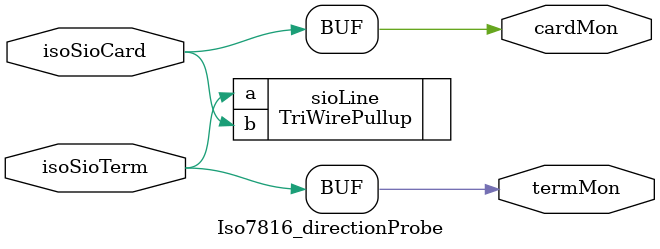
<source format=v>
`timescale 1ns / 1ps
`default_nettype none
/*
Author: Sebastien Riou (acapola)
Creation date: 17:14:04 01/29/2011 

$LastChangedDate: 2011-01-29 13:16:17 +0100 (Sat, 29 Jan 2011) $
$LastChangedBy: acapola $
$LastChangedRevision: 11 $
$HeadURL: file:///svn/iso7816_3_master/iso7816_3_master/trunk/test/Iso7816_directionProbe.v $				 

This file is under the BSD licence:
Copyright (c) 2011, Sebastien Riou

All rights reserved.

Redistribution and use in source and binary forms, with or without modification, are permitted provided that the following conditions are met:

Redistributions of source code must retain the above copyright notice, this list of conditions and the following disclaimer. 
Redistributions in binary form must reproduce the above copyright notice, this list of conditions and the following disclaimer in the documentation and/or other materials provided with the distribution. 
The names of contributors may not be used to endorse or promote products derived from this software without specific prior written permission. 
THIS SOFTWARE IS PROVIDED BY THE COPYRIGHT HOLDERS AND CONTRIBUTORS
"AS IS" AND ANY EXPRESS OR IMPLIED WARRANTIES, INCLUDING, BUT NOT
LIMITED TO, THE IMPLIED WARRANTIES OF MERCHANTABILITY AND FITNESS FOR
A PARTICULAR PURPOSE ARE DISCLAIMED. IN NO EVENT SHALL THE COPYRIGHT OWNER OR
CONTRIBUTORS BE LIABLE FOR ANY DIRECT, INDIRECT, INCIDENTAL, SPECIAL,
EXEMPLARY, OR CONSEQUENTIAL DAMAGES (INCLUDING, BUT NOT LIMITED TO,
PROCUREMENT OF SUBSTITUTE GOODS OR SERVICES; LOSS OF USE, DATA, OR
PROFITS; OR BUSINESS INTERRUPTION) HOWEVER CAUSED AND ON ANY THEORY OF
LIABILITY, WHETHER IN CONTRACT, STRICT LIABILITY, OR TORT (INCLUDING
NEGLIGENCE OR OTHERWISE) ARISING IN ANY WAY OUT OF THE USE OF THIS
SOFTWARE, EVEN IF ADVISED OF THE POSSIBILITY OF SUCH DAMAGE.
*/
`default_nettype none
/*
Models a probe which consist only of wires. Propagation delay over the sio line
is used to determined the direction of the communication:
If the terminal send a start bit, the termMon output will go low before cardMon and viceversa:

                   sio line
Terminal ---------------------------------- Card
           |                            |
			  |                            |
			  termMon                      cardMon

Note for a physical implementation:
The difference between the delay "Terminal to termMon" and the delay "Card to cardMon"
should be kept small in comparison to the delay "Terminal to/from Card" (considering falling edge delay)

In this model, delays are 0 except the delay over the sio line. 
*/
module Iso7816_directionProbe(
    inout wire isoSioTerm,
    inout wire isoSioCard,
    output wire termMon,
    output wire cardMon
    );

TriWirePullup sioLine(.a(isoSioTerm), .b(isoSioCard));
assign termMon = isoSioTerm;
assign cardMon = isoSioCard;

endmodule
`default_nettype wire

</source>
